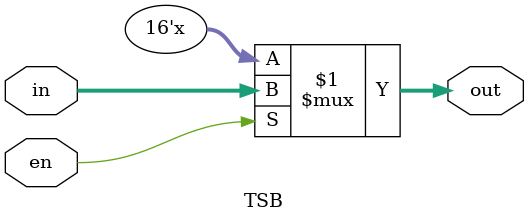
<source format=v>
module TSB(
	input [15:0] in,
	input en,
	output [15:0] out);

	assign out = en ? in : 16'bzzzzzzzzzzzzzzzz;

endmodule
</source>
